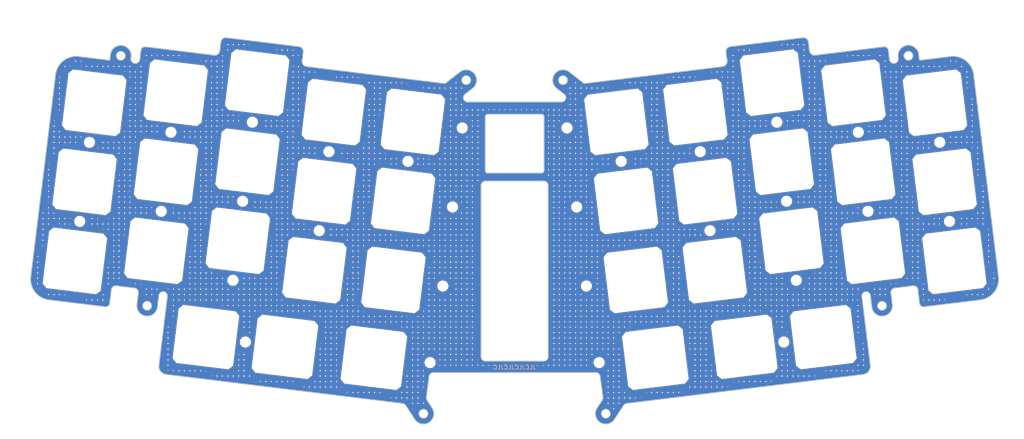
<source format=kicad_pcb>
(kicad_pcb (version 20221018) (generator pcbnew)
  (title_block (title "Le Capybara") (date "2023-07-07") (rev "v0.1") (company "sporkus"))
  (layers (0 "F.Cu" signal) (31 "B.Cu" signal) (34 "B.Paste" user) (35 "F.Paste" user) (36 "B.SilkS" user "B.Silkscreen") (37 "F.SilkS" user "F.Silkscreen") (38 "B.Mask" user) (39 "F.Mask" user) (44 "Edge.Cuts" user))
  (net 0 "")
  (footprint "capacitive_sensors:plate_cut_1U_topre" (layer "F.Cu") (at 194.537698 114.650454 -83)
    (fp_text reference "SW27")
    (fp_text value "EC_SW" hide)
    (fp_line (start -7.3 -6) (end -7.3 6) (stroke (width 0.05)) (layer "Edge.Cuts"))
    (fp_line (start -7.3 -6) (end -6.3 -7) (stroke (width 0.05)) (layer "Edge.Cuts"))
    (fp_line (start -6.3 7) (end -7.3 6) (stroke (width 0.05)) (layer "Edge.Cuts"))
    (fp_line (start -6.3 7) (end 6.3 7) (stroke (width 0.05)) (layer "Edge.Cuts"))
    (fp_line (start 6.3 -7) (end -6.3 -7) (stroke (width 0.05)) (layer "Edge.Cuts"))
    (fp_line (start 6.3 7) (end 7.3 6) (stroke (width 0.05)) (layer "Edge.Cuts"))
    (fp_line (start 7.3 -6) (end 6.3 -7) (stroke (width 0.05)) (layer "Edge.Cuts"))
    (fp_line (start 7.3 6) (end 7.3 -6) (stroke (width 0.05)) (layer "Edge.Cuts"))
  )
  (footprint "capacitive_sensors:MountingHole_2.2mm_M2" (layer "F.Cu") (at 166.860803 136.750673)
    (fp_text reference "H27" hide)
    (fp_text value "M2 Hole")
    (fp_circle (center 0 0) (end 1.1 0) (stroke (width 0.05)) (fill none) (layer "Edge.Cuts"))
    (pad "" np_thru_hole circle (at 0 0) (size 2.2 2.2) (drill 2.2) (layers "*.Cu" "*.Mask"))
  )
  (footprint "capacitive_sensors:plate_cut_1U_topre" (layer "F.Cu") (at 212.8653 107.601842 -83)
    (fp_text reference "SW28")
    (fp_text value "EC_SW" hide)
    (fp_line (start -7.3 -6) (end -7.3 6) (stroke (width 0.05)) (layer "Edge.Cuts"))
    (fp_line (start -7.3 -6) (end -6.3 -7) (stroke (width 0.05)) (layer "Edge.Cuts"))
    (fp_line (start -6.3 7) (end -7.3 6) (stroke (width 0.05)) (layer "Edge.Cuts"))
    (fp_line (start -6.3 7) (end 6.3 7) (stroke (width 0.05)) (layer "Edge.Cuts"))
    (fp_line (start 6.3 -7) (end -6.3 -7) (stroke (width 0.05)) (layer "Edge.Cuts"))
    (fp_line (start 6.3 7) (end 7.3 6) (stroke (width 0.05)) (layer "Edge.Cuts"))
    (fp_line (start 7.3 -6) (end 6.3 -7) (stroke (width 0.05)) (layer "Edge.Cuts"))
    (fp_line (start 7.3 6) (end 7.3 -6) (stroke (width 0.05)) (layer "Edge.Cuts"))
  )
  (footprint "capacitive_sensors:plate_cut_1U_topre" (layer "F.Cu") (at 122.292472 79.156057 83)
    (fp_text reference "SW5")
    (fp_text value "EC_SW" hide)
    (fp_line (start -7.3 -6) (end -7.3 6) (stroke (width 0.05)) (layer "Edge.Cuts"))
    (fp_line (start -7.3 -6) (end -6.3 -7) (stroke (width 0.05)) (layer "Edge.Cuts"))
    (fp_line (start -6.3 7) (end -7.3 6) (stroke (width 0.05)) (layer "Edge.Cuts"))
    (fp_line (start -6.3 7) (end 6.3 7) (stroke (width 0.05)) (layer "Edge.Cuts"))
    (fp_line (start 6.3 -7) (end -6.3 -7) (stroke (width 0.05)) (layer "Edge.Cuts"))
    (fp_line (start 6.3 7) (end 7.3 6) (stroke (width 0.05)) (layer "Edge.Cuts"))
    (fp_line (start 7.3 -6) (end 6.3 -7) (stroke (width 0.05)) (layer "Edge.Cuts"))
    (fp_line (start 7.3 6) (end 7.3 -6) (stroke (width 0.05)) (layer "Edge.Cuts"))
  )
  (footprint "capacitive_sensors:plate_cut_1U_topre" (layer "F.Cu") (at 119.970861 98.064061 83)
    (fp_text reference "SW15")
    (fp_text value "EC_SW" hide)
    (fp_line (start -7.3 -6) (end -7.3 6) (stroke (width 0.05)) (layer "Edge.Cuts"))
    (fp_line (start -7.3 -6) (end -6.3 -7) (stroke (width 0.05)) (layer "Edge.Cuts"))
    (fp_line (start -6.3 7) (end -7.3 6) (stroke (width 0.05)) (layer "Edge.Cuts"))
    (fp_line (start -6.3 7) (end 6.3 7) (stroke (width 0.05)) (layer "Edge.Cuts"))
    (fp_line (start 6.3 -7) (end -6.3 -7) (stroke (width 0.05)) (layer "Edge.Cuts"))
    (fp_line (start 6.3 7) (end 7.3 6) (stroke (width 0.05)) (layer "Edge.Cuts"))
    (fp_line (start 7.3 -6) (end 6.3 -7) (stroke (width 0.05)) (layer "Edge.Cuts"))
    (fp_line (start 7.3 6) (end 7.3 -6) (stroke (width 0.05)) (layer "Edge.Cuts"))
  )
  (footprint "capacitive_sensors:plate_cut_1U_topre" (layer "F.Cu") (at 232.353707 110.007232 -83)
    (fp_text reference "SW29")
    (fp_text value "EC_SW" hide)
    (fp_line (start -7.3 -6) (end -7.3 6) (stroke (width 0.05)) (layer "Edge.Cuts"))
    (fp_line (start -7.3 -6) (end -6.3 -7) (stroke (width 0.05)) (layer "Edge.Cuts"))
    (fp_line (start -6.3 7) (end -7.3 6) (stroke (width 0.05)) (layer "Edge.Cuts"))
    (fp_line (start -6.3 7) (end 6.3 7) (stroke (width 0.05)) (layer "Edge.Cuts"))
    (fp_line (start 6.3 -7) (end -6.3 -7) (stroke (width 0.05)) (layer "Edge.Cuts"))
    (fp_line (start 6.3 7) (end 7.3 6) (stroke (width 0.05)) (layer "Edge.Cuts"))
    (fp_line (start 7.3 -6) (end 6.3 -7) (stroke (width 0.05)) (layer "Edge.Cuts"))
    (fp_line (start 7.3 6) (end 7.3 -6) (stroke (width 0.05)) (layer "Edge.Cuts"))
  )
  (footprint "capacitive_sensors:MountingHole_2.2mm_M2" (layer "F.Cu") (at 159.168967 80.607062)
    (fp_text reference "H3" hide)
    (fp_text value "M2 Hole")
    (fp_circle (center 0 0) (end 1.1 0) (stroke (width 0.05)) (fill none) (layer "Edge.Cuts"))
    (pad "" np_thru_hole circle (at 0 0) (size 2.2 2.2) (drill 2.2) (layers "*.Cu" "*.Mask"))
  )
  (footprint "capacitive_sensors:plate_cut_1U_topre" (layer "F.Cu") (at 230.032096 91.099228 -83)
    (fp_text reference "SW19")
    (fp_text value "EC_SW" hide)
    (fp_line (start -7.3 -6) (end -7.3 6) (stroke (width 0.05)) (layer "Edge.Cuts"))
    (fp_line (start -7.3 -6) (end -6.3 -7) (stroke (width 0.05)) (layer "Edge.Cuts"))
    (fp_line (start -6.3 7) (end -7.3 6) (stroke (width 0.05)) (layer "Edge.Cuts"))
    (fp_line (start -6.3 7) (end 6.3 7) (stroke (width 0.05)) (layer "Edge.Cuts"))
    (fp_line (start 6.3 -7) (end -6.3 -7) (stroke (width 0.05)) (layer "Edge.Cuts"))
    (fp_line (start 6.3 7) (end 7.3 6) (stroke (width 0.05)) (layer "Edge.Cuts"))
    (fp_line (start 7.3 -6) (end 6.3 -7) (stroke (width 0.05)) (layer "Edge.Cuts"))
    (fp_line (start 7.3 6) (end 7.3 -6) (stroke (width 0.05)) (layer "Edge.Cuts"))
  )
  (footprint "capacitive_sensors:MountingHole_2.2mm_M2" (layer "F.Cu") (at 126.418141 136.750673)
    (fp_text reference "H2" hide)
    (fp_text value "M2 Hole")
    (fp_circle (center 0 0) (end 1.1 0) (stroke (width 0.05)) (fill none) (layer "Edge.Cuts"))
    (pad "" np_thru_hole circle (at 0 0) (size 2.2 2.2) (drill 2.2) (layers "*.Cu" "*.Mask"))
  )
  (footprint "capacitive_sensors:plate_cut_1U_topre" (layer "F.Cu") (at 220.494316 130.656448 7)
    (fp_text reference "SW36")
    (fp_text value "EC_SW" hide)
    (fp_line (start -7.3 -6) (end -7.3 6) (stroke (width 0.05)) (layer "Edge.Cuts"))
    (fp_line (start -7.3 -6) (end -6.3 -7) (stroke (width 0.05)) (layer "Edge.Cuts"))
    (fp_line (start -6.3 7) (end -7.3 6) (stroke (width 0.05)) (layer "Edge.Cuts"))
    (fp_line (start -6.3 7) (end 6.3 7) (stroke (width 0.05)) (layer "Edge.Cuts"))
    (fp_line (start 6.3 -7) (end -6.3 -7) (stroke (width 0.05)) (layer "Edge.Cuts"))
    (fp_line (start 6.3 7) (end 7.3 6) (stroke (width 0.05)) (layer "Edge.Cuts"))
    (fp_line (start 7.3 -6) (end 6.3 -7) (stroke (width 0.05)) (layer "Edge.Cuts"))
    (fp_line (start 7.3 6) (end 7.3 -6) (stroke (width 0.05)) (layer "Edge.Cuts"))
  )
  (footprint "capacitive_sensors:MountingHole_2.2mm_M2" (layer "F.Cu") (at 82.238631 131.817253)
    (fp_text reference "H22" hide)
    (fp_text value "M2 Hole")
    (fp_circle (center 0 0) (end 1.1 0) (stroke (width 0.05)) (fill none) (layer "Edge.Cuts"))
    (pad "" np_thru_hole circle (at 0 0) (size 2.2 2.2) (drill 2.2) (layers "F&B.Cu" "*.Mask"))
  )
  (footprint "capacitive_sensors:MountingHole_2.2mm_M2" (layer "F.Cu") (at 81.574451 98.147837)
    (fp_text reference "H24" hide)
    (fp_text value "M2 Hole")
    (fp_circle (center 0 0) (end 1.1 0) (stroke (width 0.05)) (fill none) (layer "Edge.Cuts"))
    (pad "" np_thru_hole circle (at 0 0) (size 2.2 2.2) (drill 2.2) (layers "*.Cu" "*.Mask"))
  )
  (footprint "capacitive_sensors:MountingHole_2.2mm_M2" (layer "F.Cu") (at 231.18673 100.554051)
    (fp_text reference "H33" hide)
    (fp_text value "M2 Hole")
    (fp_circle (center 0 0) (end 1.1 0) (stroke (width 0.05)) (fill none) (layer "Edge.Cuts"))
    (pad "" np_thru_hole circle (at 0 0) (size 2.2 2.2) (drill 2.2) (layers "*.Cu" "*.Mask"))
  )
  (footprint "capacitive_sensors:MountingHole_2.2mm_M2" (layer "F.Cu") (at 129.466755 118.423073)
    (fp_text reference "H14" hide)
    (fp_text value "M2 Hole")
    (fp_circle (center 0 0) (end 1.1 0) (stroke (width 0.05)) (fill none) (layer "Edge.Cuts"))
    (pad "" np_thru_hole circle (at 0 0) (size 2.2 2.2) (drill 2.2) (layers "*.Cu" "*.Mask"))
  )
  (footprint "capacitive_sensors:plate_cut_1U_topre" (layer "F.Cu") (at 60.925238 110.007232 83)
    (fp_text reference "SW22")
    (fp_text value "EC_SW" hide)
    (fp_line (start -7.3 -6) (end -7.3 6) (stroke (width 0.05)) (layer "Edge.Cuts"))
    (fp_line (start -7.3 -6) (end -6.3 -7) (stroke (width 0.05)) (layer "Edge.Cuts"))
    (fp_line (start -6.3 7) (end -7.3 6) (stroke (width 0.05)) (layer "Edge.Cuts"))
    (fp_line (start -6.3 7) (end 6.3 7) (stroke (width 0.05)) (layer "Edge.Cuts"))
    (fp_line (start 6.3 -7) (end -6.3 -7) (stroke (width 0.05)) (layer "Edge.Cuts"))
    (fp_line (start 6.3 7) (end 7.3 6) (stroke (width 0.05)) (layer "Edge.Cuts"))
    (fp_line (start 7.3 -6) (end 6.3 -7) (stroke (width 0.05)) (layer "Edge.Cuts"))
    (fp_line (start 7.3 6) (end 7.3 -6) (stroke (width 0.05)) (layer "Edge.Cuts"))
  )
  (footprint "capacitive_sensors:plate_cut_1U_topre" (layer "F.Cu") (at 175.629694 116.972065 -83)
    (fp_text reference "SW26")
    (fp_text value "EC_SW" hide)
    (fp_line (start -7.3 -6) (end -7.3 6) (stroke (width 0.05)) (layer "Edge.Cuts"))
    (fp_line (start -7.3 -6) (end -6.3 -7) (stroke (width 0.05)) (layer "Edge.Cuts"))
    (fp_line (start -6.3 7) (end -7.3 6) (stroke (width 0.05)) (layer "Edge.Cuts"))
    (fp_line (start -6.3 7) (end 6.3 7) (stroke (width 0.05)) (layer "Edge.Cuts"))
    (fp_line (start 6.3 -7) (end -6.3 -7) (stroke (width 0.05)) (layer "Edge.Cuts"))
    (fp_line (start 6.3 7) (end 7.3 6) (stroke (width 0.05)) (layer "Edge.Cuts"))
    (fp_line (start 7.3 -6) (end 6.3 -7) (stroke (width 0.05)) (layer "Edge.Cuts"))
    (fp_line (start 7.3 6) (end 7.3 -6) (stroke (width 0.05)) (layer "Edge.Cuts"))
  )
  (footprint "capacitive_sensors:plate_cut_1U_topre" (layer "F.Cu") (at 103.384468 76.834446 83)
    (fp_text reference "SW4")
    (fp_text value "EC_SW" hide)
    (fp_line (start -7.3 -6) (end -7.3 6) (stroke (width 0.05)) (layer "Edge.Cuts"))
    (fp_line (start -7.3 -6) (end -6.3 -7) (stroke (width 0.05)) (layer "Edge.Cuts"))
    (fp_line (start -6.3 7) (end -7.3 6) (stroke (width 0.05)) (layer "Edge.Cuts"))
    (fp_line (start -6.3 7) (end 6.3 7) (stroke (width 0.05)) (layer "Edge.Cuts"))
    (fp_line (start 6.3 -7) (end -6.3 -7) (stroke (width 0.05)) (layer "Edge.Cuts"))
    (fp_line (start 6.3 7) (end 7.3 6) (stroke (width 0.05)) (layer "Edge.Cuts"))
    (fp_line (start 7.3 -6) (end 6.3 -7) (stroke (width 0.05)) (layer "Edge.Cuts"))
    (fp_line (start 7.3 6) (end 7.3 -6) (stroke (width 0.05)) (layer "Edge.Cuts"))
  )
  (footprint "capacitive_sensors:plate_cut_1U_topre" (layer "F.Cu") (at 112.964139 135.589868 -7)
    (fp_text reference "SW32")
    (fp_text value "EC_SW" hide)
    (fp_line (start -7.3 -6) (end -7.3 6) (stroke (width 0.05)) (layer "Edge.Cuts"))
    (fp_line (start -7.3 -6) (end -6.3 -7) (stroke (width 0.05)) (layer "Edge.Cuts"))
    (fp_line (start -6.3 7) (end -7.3 6) (stroke (width 0.05)) (layer "Edge.Cuts"))
    (fp_line (start -6.3 7) (end 6.3 7) (stroke (width 0.05)) (layer "Edge.Cuts"))
    (fp_line (start 6.3 -7) (end -6.3 -7) (stroke (width 0.05)) (layer "Edge.Cuts"))
    (fp_line (start 6.3 7) (end 7.3 6) (stroke (width 0.05)) (layer "Edge.Cuts"))
    (fp_line (start 7.3 -6) (end 6.3 -7) (stroke (width 0.05)) (layer "Edge.Cuts"))
    (fp_line (start 7.3 6) (end 7.3 -6) (stroke (width 0.05)) (layer "Edge.Cuts"))
  )
  (footprint "capacitive_sensors:MountingHole_2.2mm_M2" (layer "F.Cu") (at 42.603801 102.95944)
    (fp_text reference "H7" hide)
    (fp_text value "M2 Hole")
    (fp_circle (center 0 0) (end 1.1 0) (stroke (width 0.05)) (fill none) (layer "Edge.Cuts"))
    (pad "" np_thru_hole circle (at 0 0) (size 2.2 2.2) (drill 2.2) (layers "*.Cu" "*.Mask"))
  )
  (footprint "capacitive_sensors:MountingHole_2.2mm_M2" (layer "F.Cu") (at 248.353525 84.051435)
    (fp_text reference "H29" hide)
    (fp_text value "M2 Hole")
    (fp_circle (center 0 0) (end 1.1 0) (stroke (width 0.05)) (fill none) (layer "Edge.Cuts"))
    (pad "" np_thru_hole circle (at 0 0) (size 2.2 2.2) (drill 2.2) (layers "*.Cu" "*.Mask"))
  )
  (footprint "capacitive_sensors:plate_cut_1U_topre" (layer "F.Cu") (at 117.64925 116.972065 83)
    (fp_text reference "SW25")
    (fp_text value "EC_SW" hide)
    (fp_line (start -7.3 -6) (end -7.3 6) (stroke (width 0.05)) (layer "Edge.Cuts"))
    (fp_line (start -7.3 -6) (end -6.3 -7) (stroke (width 0.05)) (layer "Edge.Cuts"))
    (fp_line (start -6.3 7) (end -7.3 6) (stroke (width 0.05)) (layer "Edge.Cuts"))
    (fp_line (start -6.3 7) (end 6.3 7) (stroke (width 0.05)) (layer "Edge.Cuts"))
    (fp_line (start 6.3 -7) (end -6.3 -7) (stroke (width 0.05)) (layer "Edge.Cuts"))
    (fp_line (start 6.3 7) (end 7.3 6) (stroke (width 0.05)) (layer "Edge.Cuts"))
    (fp_line (start 7.3 -6) (end 6.3 -7) (stroke (width 0.05)) (layer "Edge.Cuts"))
    (fp_line (start 7.3 6) (end 7.3 -6) (stroke (width 0.05)) (layer "Edge.Cuts"))
  )
  (footprint "capacitive_sensors:MountingHole_2.2mm_M2" (layer "F.Cu") (at 209.376715 79.24065)
    (fp_text reference "H30" hide)
    (fp_text value "M2 Hole")
    (fp_circle (center 0 0) (end 1.1 0) (stroke (width 0.05)) (fill none) (layer "Edge.Cuts"))
    (pad "" np_thru_hole circle (at 0 0) (size 2.2 2.2) (drill 2.2) (layers "*.Cu" "*.Mask"))
  )
  (footprint "capacitive_sensors:plate_cut_1U_topre" (layer "F.Cu") (at 43.758442 93.504618 83)
    (fp_text reference "SW11")
    (fp_text value "EC_SW" hide)
    (fp_line (start -7.3 -6) (end -7.3 6) (stroke (width 0.05)) (layer "Edge.Cuts"))
    (fp_line (start -7.3 -6) (end -6.3 -7) (stroke (width 0.05)) (layer "Edge.Cuts"))
    (fp_line (start -6.3 7) (end -7.3 6) (stroke (width 0.05)) (layer "Edge.Cuts"))
    (fp_line (start -6.3 7) (end 6.3 7) (stroke (width 0.05)) (layer "Edge.Cuts"))
    (fp_line (start 6.3 -7) (end -6.3 -7) (stroke (width 0.05)) (layer "Edge.Cuts"))
    (fp_line (start 6.3 7) (end 7.3 6) (stroke (width 0.05)) (layer "Edge.Cuts"))
    (fp_line (start 7.3 -6) (end 6.3 -7) (stroke (width 0.05)) (layer "Edge.Cuts"))
    (fp_line (start 7.3 6) (end 7.3 -6) (stroke (width 0.05)) (layer "Edge.Cuts"))
  )
  (footprint "capacitive_sensors:MountingHole_2.2mm_M2" (layer "F.Cu") (at 163.812189 118.423073)
    (fp_text reference "H23" hide)
    (fp_text value "M2 Hole")
    (fp_circle (center 0 0) (end 1.1 0) (stroke (width 0.05)) (fill none) (layer "Edge.Cuts"))
    (pad "" np_thru_hole circle (at 0 0) (size 2.2 2.2) (drill 2.2) (layers "*.Cu" "*.Mask"))
  )
  (footprint "capacitive_sensors:plate_cut_1U_topre" (layer "F.Cu") (at 227.710485 72.191224 -83)
    (fp_text reference "SW9")
    (fp_text value "EC_SW" hide)
    (fp_line (start -7.3 -6) (end -7.3 6) (stroke (width 0.05)) (layer "Edge.Cuts"))
    (fp_line (start -7.3 -6) (end -6.3 -7) (stroke (width 0.05)) (layer "Edge.Cuts"))
    (fp_line (start -6.3 7) (end -7.3 6) (stroke (width 0.05)) (layer "Edge.Cuts"))
    (fp_line (start -6.3 7) (end 6.3 7) (stroke (width 0.05)) (layer "Edge.Cuts"))
    (fp_line (start 6.3 -7) (end -6.3 -7) (stroke (width 0.05)) (layer "Edge.Cuts"))
    (fp_line (start 6.3 7) (end 7.3 6) (stroke (width 0.05)) (layer "Edge.Cuts"))
    (fp_line (start 7.3 -6) (end 6.3 -7) (stroke (width 0.05)) (layer "Edge.Cuts"))
    (fp_line (start 7.3 6) (end 7.3 -6) (stroke (width 0.05)) (layer "Edge.Cuts"))
  )
  (footprint "capacitive_sensors:plate_cut_1U_topre" (layer "F.Cu") (at 247.198892 74.596614 -83)
    (fp_text reference "SW10")
    (fp_text value "EC_SW" hide)
    (fp_line (start -7.3 -6) (end -7.3 6) (stroke (width 0.05)) (layer "Edge.Cuts"))
    (fp_line (start -7.3 -6) (end -6.3 -7) (stroke (width 0.05)) (layer "Edge.Cuts"))
    (fp_line (start -6.3 7) (end -7.3 6) (stroke (width 0.05)) (layer "Edge.Cuts"))
    (fp_line (start -6.3 7) (end 6.3 7) (stroke (width 0.05)) (layer "Edge.Cuts"))
    (fp_line (start 6.3 -7) (end -6.3 -7) (stroke (width 0.05)) (layer "Edge.Cuts"))
    (fp_line (start 6.3 7) (end 7.3 6) (stroke (width 0.05)) (layer "Edge.Cuts"))
    (fp_line (start 7.3 -6) (end 6.3 -7) (stroke (width 0.05)) (layer "Edge.Cuts"))
    (fp_line (start 7.3 6) (end 7.3 -6) (stroke (width 0.05)) (layer "Edge.Cuts"))
  )
  (footprint "capacitive_sensors:plate_cut_1U_topre" (layer "F.Cu") (at 63.246849 91.099228 83)
    (fp_text reference "SW12")
    (fp_text value "EC_SW" hide)
    (fp_line (start -7.3 -6) (end -7.3 6) (stroke (width 0.05)) (layer "Edge.Cuts"))
    (fp_line (start -7.3 -6) (end -6.3 -7) (stroke (width 0.05)) (layer "Edge.Cuts"))
    (fp_line (start -6.3 7) (end -7.3 6) (stroke (width 0.05)) (layer "Edge.Cuts"))
    (fp_line (start -6.3 7) (end 6.3 7) (stroke (width 0.05)) (layer "Edge.Cuts"))
    (fp_line (start 6.3 -7) (end -6.3 -7) (stroke (width 0.05)) (layer "Edge.Cuts"))
    (fp_line (start 6.3 7) (end 7.3 6) (stroke (width 0.05)) (layer "Edge.Cuts"))
    (fp_line (start 7.3 -6) (end 6.3 -7) (stroke (width 0.05)) (layer "Edge.Cuts"))
    (fp_line (start 7.3 6) (end 7.3 -6) (stroke (width 0.05)) (layer "Edge.Cuts"))
  )
  (footprint "capacitive_sensors:plate_cut_1U_topre" (layer "F.Cu") (at 46.080053 74.596614 83)
    (fp_text reference "SW1")
    (fp_text value "EC_SW" hide)
    (fp_line (start -7.3 -6) (end -7.3 6) (stroke (width 0.05)) (layer "Edge.Cuts"))
    (fp_line (start -7.3 -6) (end -6.3 -7) (stroke (width 0.05)) (layer "Edge.Cuts"))
    (fp_line (start -6.3 7) (end -7.3 6) (stroke (width 0.05)) (layer "Edge.Cuts"))
    (fp_line (start -6.3 7) (end 6.3 7) (stroke (width 0.05)) (layer "Edge.Cuts"))
    (fp_line (start 6.3 -7) (end -6.3 -7) (stroke (width 0.05)) (layer "Edge.Cuts"))
    (fp_line (start 6.3 7) (end 7.3 6) (stroke (width 0.05)) (layer "Edge.Cuts"))
    (fp_line (start 7.3 -6) (end 6.3 -7) (stroke (width 0.05)) (layer "Edge.Cuts"))
    (fp_line (start 7.3 6) (end 7.3 -6) (stroke (width 0.05)) (layer "Edge.Cuts"))
  )
  (footprint "capacitive_sensors:MountingHole_2.2mm_M2" (layer "F.Cu") (at 191.049112 86.289267)
    (fp_text reference "H20" hide)
    (fp_text value "M2 Hole")
    (fp_circle (center 0 0) (end 1.1 0) (stroke (width 0.05)) (fill none) (layer "Edge.Cuts"))
    (pad "" np_thru_hole circle (at 0 0) (size 2.2 2.2) (drill 2.2) (layers "*.Cu" "*.Mask"))
  )
  (footprint "capacitive_sensors:MountingHole_2.2mm_M2" (layer "F.Cu") (at 64.413824 81.646043)
    (fp_text reference "H16" hide)
    (fp_text value "M2 Hole")
    (fp_circle (center 0 0) (end 1.1 0) (stroke (width 0.05)) (fill none) (layer "Edge.Cuts"))
    (pad "" np_thru_hole circle (at 0 0) (size 2.2 2.2) (drill 2.2) (layers "*.Cu" "*.Mask"))
  )
  (footprint "capacitive_sensors:plate_cut_1U_topre" (layer "F.Cu") (at 65.56846 72.191224 83)
    (fp_text reference "SW2")
    (fp_text value "EC_SW" hide)
    (fp_line (start -7.3 -6) (end -7.3 6) (stroke (width 0.05)) (layer "Edge.Cuts"))
    (fp_line (start -7.3 -6) (end -6.3 -7) (stroke (width 0.05)) (layer "Edge.Cuts"))
    (fp_line (start -6.3 7) (end -7.3 6) (stroke (width 0.05)) (layer "Edge.Cuts"))
    (fp_line (start -6.3 7) (end 6.3 7) (stroke (width 0.05)) (layer "Edge.Cuts"))
    (fp_line (start 6.3 -7) (end -6.3 -7) (stroke (width 0.05)) (layer "Edge.Cuts"))
    (fp_line (start 6.3 7) (end 7.3 6) (stroke (width 0.05)) (layer "Edge.Cuts"))
    (fp_line (start 7.3 -6) (end 6.3 -7) (stroke (width 0.05)) (layer "Edge.Cuts"))
    (fp_line (start 7.3 6) (end 7.3 -6) (stroke (width 0.05)) (layer "Edge.Cuts"))
  )
  (footprint "capacitive_sensors:plate_cut_1U_topre" (layer "F.Cu") (at 82.735256 88.693838 83)
    (fp_text reference "SW13")
    (fp_text value "EC_SW" hide)
    (fp_line (start -7.3 -6) (end -7.3 6) (stroke (width 0.05)) (layer "Edge.Cuts"))
    (fp_line (start -7.3 -6) (end -6.3 -7) (stroke (width 0.05)) (layer "Edge.Cuts"))
    (fp_line (start -6.3 7) (end -7.3 6) (stroke (width 0.05)) (layer "Edge.Cuts"))
    (fp_line (start -6.3 7) (end 6.3 7) (stroke (width 0.05)) (layer "Edge.Cuts"))
    (fp_line (start 6.3 -7) (end -6.3 -7) (stroke (width 0.05)) (layer "Edge.Cuts"))
    (fp_line (start 6.3 7) (end 7.3 6) (stroke (width 0.05)) (layer "Edge.Cuts"))
    (fp_line (start 7.3 -6) (end 6.3 -7) (stroke (width 0.05)) (layer "Edge.Cuts"))
    (fp_line (start 7.3 6) (end 7.3 -6) (stroke (width 0.05)) (layer "Edge.Cuts"))
  )
  (footprint "capacitive_sensors:MountingHole_2.2mm_M2" (layer "F.Cu") (at 99.902051 105.196455)
    (fp_text reference "H25" hide)
    (fp_text value "M2 Hole")
    (fp_circle (center 0 0) (end 1.1 0) (stroke (width 0.05)) (fill none) (layer "Edge.Cuts"))
    (pad "" np_thru_hole circle (at 0 0) (size 2.2 2.2) (drill 2.2) (layers "*.Cu" "*.Mask"))
  )
  (footprint "capacitive_sensors:MountingHole_2.2mm_M2" (layer "F.Cu") (at 250.675141 102.959438)
    (fp_text reference "H34" hide)
    (fp_text value "M2 Hole")
    (fp_circle (center 0 0) (end 1.1 0) (stroke (width 0.05)) (fill none) (layer "Edge.Cuts"))
    (pad "" np_thru_hole circle (at 0 0) (size 2.2 2.2) (drill 2.2) (layers "*.Cu" "*.Mask"))
  )
  (footprint "capacitive_sensors:plate_cut_1U_topre" (layer "F.Cu") (at 251.843482 112.409408 -83)
    (fp_text reference "SW30")
    (fp_text value "EC_SW" hide)
    (fp_line (start -7.3 -6) (end -7.3 6) (stroke (width 0.05)) (layer "Edge.Cuts"))
    (fp_line (start -7.3 -6) (end -6.3 -7) (stroke (width 0.05)) (layer "Edge.Cuts"))
    (fp_line (start -6.3 7) (end -7.3 6) (stroke (width 0.05)) (layer "Edge.Cuts"))
    (fp_line (start -6.3 7) (end 6.3 7) (stroke (width 0.05)) (layer "Edge.Cuts"))
    (fp_line (start 6.3 -7) (end -6.3 -7) (stroke (width 0.05)) (layer "Edge.Cuts"))
    (fp_line (start 6.3 7) (end 7.3 6) (stroke (width 0.05)) (layer "Edge.Cuts"))
    (fp_line (start 7.3 -6) (end 6.3 -7) (stroke (width 0.05)) (layer "Edge.Cuts"))
    (fp_line (start 7.3 6) (end 7.3 -6) (stroke (width 0.05)) (layer "Edge.Cuts"))
  )
  (footprint "capacitive_sensors:MountingHole_2.2mm_M2" (layer "F.Cu") (at 161.490576 99.515068)
    (fp_text reference "H11" hide)
    (fp_text value "M2 Hole")
    (fp_circle (center 0 0) (end 1.1 0) (stroke (width 0.05)) (fill none) (layer "Edge.Cuts"))
    (pad "" np_thru_hole circle (at 0 0) (size 2.2 2.2) (drill 2.2) (layers "*.Cu" "*.Mask"))
  )
  (footprint "capacitive_sensors:MountingHole_2.2mm_M2" (layer "F.Cu") (at 83.902227 79.240652)
    (fp_text reference "H4" hide)
    (fp_text value "M2 Hole")
    (fp_circle (center 0 0) (end 1.1 0) (stroke (width 0.05)) (fill none) (layer "Edge.Cuts"))
    (pad "" np_thru_hole circle (at 0 0) (size 2.2 2.2) (drill 2.2) (layers "*.Cu" "*.Mask"))
  )
  (footprint "capacitive_sensors:MountingHole_2.2mm_M2" (layer "F.Cu") (at 134.109977 80.607062)
    (fp_text reference "H21" hide)
    (fp_text value "M2 Hole")
    (fp_circle (center 0 0) (end 1.1 0) (stroke (width 0.05)) (fill none) (layer "Edge.Cuts"))
    (pad "" np_thru_hole circle (at 0 0) (size 2.2 2.2) (drill 2.2) (layers "*.Cu" "*.Mask"))
  )
  (footprint "capacitive_sensors:MountingHole_2.2mm_M2" (layer "F.Cu") (at 79.252841 117.055846)
    (fp_text reference "H10" hide)
    (fp_text value "M2 Hole")
    (fp_circle (center 0 0) (end 1.1 0) (stroke (width 0.05)) (fill none) (layer "Edge.Cuts"))
    (pad "" np_thru_hole circle (at 0 0) (size 2.2 2.2) (drill 2.2) (layers "*.Cu" "*.Mask"))
  )
  (footprint "capacitive_sensors:plate_cut_1U_topre" (layer "F.Cu") (at 72.784629 130.656448 -7)
    (fp_text reference "SW35")
    (fp_text value "EC_SW" hide)
    (fp_line (start -7.3 -6) (end -7.3 6) (stroke (width 0.05)) (layer "Edge.Cuts"))
    (fp_line (start -7.3 -6) (end -6.3 -7) (stroke (width 0.05)) (layer "Edge.Cuts"))
    (fp_line (start -6.3 7) (end -7.3 6) (stroke (width 0.05)) (layer "Edge.Cuts"))
    (fp_line (start -6.3 7) (end 6.3 7) (stroke (width 0.05)) (layer "Edge.Cuts"))
    (fp_line (start 6.3 -7) (end -6.3 -7) (stroke (width 0.05)) (layer "Edge.Cuts"))
    (fp_line (start 6.3 7) (end 7.3 6) (stroke (width 0.05)) (layer "Edge.Cuts"))
    (fp_line (start 7.3 -6) (end 6.3 -7) (stroke (width 0.05)) (layer "Edge.Cuts"))
    (fp_line (start 7.3 6) (end 7.3 -6) (stroke (width 0.05)) (layer "Edge.Cuts"))
  )
  (footprint "capacitive_sensors:MountingHole_2.2mm_M2" (layer "F.Cu") (at 172.147274 88.610059)
    (fp_text reference "H9" hide)
    (fp_text value "M2 Hole")
    (fp_circle (center 0 0) (end 1.1 0) (stroke (width 0.05)) (fill none) (layer "Edge.Cuts"))
    (pad "" np_thru_hole circle (at 0 0) (size 2.2 2.2) (drill 2.2) (layers "*.Cu" "*.Mask"))
  )
  (footprint "capacitive_sensors:MountingHole_2.2mm_M2" (layer "F.Cu") (at 102.229832 86.289267)
    (fp_text reference "H18" hide)
    (fp_text value "M2 Hole")
    (fp_circle (center 0 0) (end 1.1 0) (stroke (width 0.05)) (fill none) (layer "Edge.Cuts"))
    (pad "" np_thru_hole circle (at 0 0) (size 2.2 2.2) (drill 2.2) (layers "*.Cu" "*.Mask"))
  )
  (footprint "capacitive_sensors:plate_cut_1U_topre" (layer "F.Cu") (at 201.586311 132.978056 7)
    (fp_text reference "SW34")
    (fp_text value "EC_SW" hide)
    (fp_line (start -7.3 -6) (end -7.3 6) (stroke (width 0.05)) (layer "Edge.Cuts"))
    (fp_line (start -7.3 -6) (end -6.3 -7) (stroke (width 0.05)) (layer "Edge.Cuts"))
    (fp_line (start -6.3 7) (end -7.3 6) (stroke (width 0.05)) (layer "Edge.Cuts"))
    (fp_line (start -6.3 7) (end 6.3 7) (stroke (width 0.05)) (layer "Edge.Cuts"))
    (fp_line (start 6.3 -7) (end -6.3 -7) (stroke (width 0.05)) (layer "Edge.Cuts"))
    (fp_line (start 6.3 7) (end 7.3 6) (stroke (width 0.05)) (layer "Edge.Cuts"))
    (fp_line (start 7.3 -6) (end 6.3 -7) (stroke (width 0.05)) (layer "Edge.Cuts"))
    (fp_line (start 7.3 6) (end 7.3 -6) (stroke (width 0.05)) (layer "Edge.Cuts"))
  )
  (footprint "capacitive_sensors:plate_cut_1U_topre" (layer "F.Cu") (at 41.442999 112.413442 83)
    (fp_text reference "SW21")
    (fp_text value "EC_SW" hide)
    (fp_line (start -7.3 -6) (end -7.3 6) (stroke (width 0.05)) (layer "Edge.Cuts"))
    (fp_line (start -7.3 -6) (end -6.3 -7) (stroke (width 0.05)) (layer "Edge.Cuts"))
    (fp_line (start -6.3 7) (end -7.3 6) (stroke (width 0.05)) (layer "Edge.Cuts"))
    (fp_line (start -6.3 7) (end 6.3 7) (stroke (width 0.05)) (layer "Edge.Cuts"))
    (fp_line (start 6.3 -7) (end -6.3 -7) (stroke (width 0.05)) (layer "Edge.Cuts"))
    (fp_line (start 6.3 7) (end 7.3 6) (stroke (width 0.05)) (layer "Edge.Cuts"))
    (fp_line (start 7.3 -6) (end 6.3 -7) (stroke (width 0.05)) (layer "Edge.Cuts"))
    (fp_line (start 7.3 6) (end 7.3 -6) (stroke (width 0.05)) (layer "Edge.Cuts"))
  )
  (footprint "capacitive_sensors:MountingHole_2.2mm_M2" (layer "F.Cu") (at 214.026101 117.055844)
    (fp_text reference "H12" hide)
    (fp_text value "M2 Hole")
    (fp_circle (center 0 0) (end 1.1 0) (stroke (width 0.05)) (fill none) (layer "Edge.Cuts"))
    (pad "" np_thru_hole circle (at 0 0) (size 2.2 2.2) (drill 2.2) (layers "*.Cu" "*.Mask"))
  )
  (footprint "capacitive_sensors:MountingHole_2.2mm_M2" (layer "F.Cu") (at 228.86512 81.646043)
    (fp_text reference "H19" hide)
    (fp_text value "M2 Hole")
    (fp_circle (center 0 0) (end 1.1 0) (stroke (width 0.05)) (fill none) (layer "Edge.Cuts"))
    (pad "" np_thru_hole circle (at 0 0) (size 2.2 2.2) (drill 2.2) (layers "*.Cu" "*.Mask"))
  )
  (footprint "capacitive_sensors:plate_cut_1U_topre" (layer "F.Cu") (at 98.741246 114.650454 83)
    (fp_text reference "SW24")
    (fp_text value "EC_SW" hide)
    (fp_line (start -7.3 -6) (end -7.3 6) (stroke (width 0.05)) (layer "Edge.Cuts"))
    (fp_line (start -7.3 -6) (end -6.3 -7) (stroke (width 0.05)) (layer "Edge.Cuts"))
    (fp_line (start -6.3 7) (end -7.3 6) (stroke (width 0.05)) (layer "Edge.Cuts"))
    (fp_line (start -6.3 7) (end 6.3 7) (stroke (width 0.05)) (layer "Edge.Cuts"))
    (fp_line (start 6.3 -7) (end -6.3 -7) (stroke (width 0.05)) (layer "Edge.Cuts"))
    (fp_line (start 6.3 7) (end 7.3 6) (stroke (width 0.05)) (layer "Edge.Cuts"))
    (fp_line (start 7.3 -6) (end 6.3 -7) (stroke (width 0.05)) (layer "Edge.Cuts"))
    (fp_line (start 7.3 6) (end 7.3 -6) (stroke (width 0.05)) (layer "Edge.Cuts"))
  )
  (footprint "capacitive_sensors:MountingHole_2.2mm_M2" (layer "F.Cu") (at 131.788368 99.515068)
    (fp_text reference "H6" hide)
    (fp_text value "M2 Hole")
    (fp_circle (center 0 0) (end 1.1 0) (stroke (width 0.05)) (fill none) (layer "Edge.Cuts"))
    (pad "" np_thru_hole circle (at 0 0) (size 2.2 2.2) (drill 2.2) (layers "*.Cu" "*.Mask"))
  )
  (footprint "capacitive_sensors:plate_cut_1U_topre" (layer "F.Cu") (at 80.413645 107.601842 83)
    (fp_text reference "SW23")
    (fp_text value "EC_SW" hide)
    (fp_line (start -7.3 -6) (end -7.3 6) (stroke (width 0.05)) (layer "Edge.Cuts"))
    (fp_line (start -7.3 -6) (end -6.3 -7) (stroke (width 0.05)) (layer "Edge.Cuts"))
    (fp_line (start -6.3 7) (end -7.3 6) (stroke (width 0.05)) (layer "Edge.Cuts"))
    (fp_line (start -6.3 7) (end 6.3 7) (stroke (width 0.05)) (layer "Edge.Cuts"))
    (fp_line (start 6.3 -7) (end -6.3 -7) (stroke (width 0.05)) (layer "Edge.Cuts"))
    (fp_line (start 6.3 7) (end 7.3 6) (stroke (width 0.05)) (layer "Edge.Cuts"))
    (fp_line (start 7.3 -6) (end 6.3 -7) (stroke (width 0.05)) (layer "Edge.Cuts"))
    (fp_line (start 7.3 6) (end 7.3 -6) (stroke (width 0.05)) (layer "Edge.Cuts"))
  )
  (footprint "capacitive_sensors:plate_cut_1U_topre" (layer "F.Cu") (at 249.520503 93.504618 -83)
    (fp_text reference "SW20")
    (fp_text value "EC_SW" hide)
    (fp_line (start -7.3 -6) (end -7.3 6) (stroke (width 0.05)) (layer "Edge.Cuts"))
    (fp_line (start -7.3 -6) (end -6.3 -7) (stroke (width 0.05)) (layer "Edge.Cuts"))
    (fp_line (start -6.3 7) (end -7.3 6) (stroke (width 0.05)) (layer "Edge.Cuts"))
    (fp_line (start -6.3 7) (end 6.3 7) (stroke (width 0.05)) (layer "Edge.Cuts"))
    (fp_line (start 6.3 -7) (end -6.3 -7) (stroke (width 0.05)) (layer "Edge.Cuts"))
    (fp_line (start 6.3 7) (end 7.3 6) (stroke (width 0.05)) (layer "Edge.Cuts"))
    (fp_line (start 7.3 -6) (end 6.3 -7) (stroke (width 0.05)) (layer "Edge.Cuts"))
    (fp_line (start 7.3 6) (end 7.3 -6) (stroke (width 0.05)) (layer "Edge.Cuts"))
  )
  (footprint "capacitive_sensors:plate_cut_1U_topre" (layer "F.Cu") (at 91.692634 132.978056 -7)
    (fp_text reference "SW31")
    (fp_text value "EC_SW" hide)
    (fp_line (start -7.3 -6) (end -7.3 6) (stroke (width 0.05)) (layer "Edge.Cuts"))
    (fp_line (start -7.3 -6) (end -6.3 -7) (stroke (width 0.05)) (layer "Edge.Cuts"))
    (fp_line (start -6.3 7) (end -7.3 6) (stroke (width 0.05)) (layer "Edge.Cuts"))
    (fp_line (start -6.3 7) (end 6.3 7) (stroke (width 0.05)) (layer "Edge.Cuts"))
    (fp_line (start 6.3 -7) (end -6.3 -7) (stroke (width 0.05)) (layer "Edge.Cuts"))
    (fp_line (start 6.3 7) (end 7.3 6) (stroke (width 0.05)) (layer "Edge.Cuts"))
    (fp_line (start 7.3 -6) (end 6.3 -7) (stroke (width 0.05)) (layer "Edge.Cuts"))
    (fp_line (start 7.3 6) (end 7.3 -6) (stroke (width 0.05)) (layer "Edge.Cuts"))
  )
  (footprint "capacitive_sensors:plate_cut_1U_topre" (layer "F.Cu") (at 170.986472 79.156057 -83)
    (fp_text reference "SW6")
    (fp_text value "EC_SW" hide)
    (fp_line (start -7.3 -6) (end -7.3 6) (stroke (width 0.05)) (layer "Edge.Cuts"))
    (fp_line (start -7.3 -6) (end -6.3 -7) (stroke (width 0.05)) (layer "Edge.Cuts"))
    (fp_line (start -6.3 7) (end -7.3 6) (stroke (width 0.05)) (layer "Edge.Cuts"))
    (fp_line (start -6.3 7) (end 6.3 7) (stroke (width 0.05)) (layer "Edge.Cuts"))
    (fp_line (start 6.3 -7) (end -6.3 -7) (stroke (width 0.05)) (layer "Edge.Cuts"))
    (fp_line (start 6.3 7) (end 7.3 6) (stroke (width 0.05)) (layer "Edge.Cuts"))
    (fp_line (start 7.3 -6) (end 6.3 -7) (stroke (width 0.05)) (layer "Edge.Cuts"))
    (fp_line (start 7.3 6) (end 7.3 -6) (stroke (width 0.05)) (layer "Edge.Cuts"))
  )
  (footprint "capacitive_sensors:plate_cut_1U_topre" (layer "F.Cu") (at 192.216087 95.74245 -83)
    (fp_text reference "SW17")
    (fp_text value "EC_SW" hide)
    (fp_line (start -7.3 -6) (end -7.3 6) (stroke (width 0.05)) (layer "Edge.Cuts"))
    (fp_line (start -7.3 -6) (end -6.3 -7) (stroke (width 0.05)) (layer "Edge.Cuts"))
    (fp_line (start -6.3 7) (end -7.3 6) (stroke (width 0.05)) (layer "Edge.Cuts"))
    (fp_line (start -6.3 7) (end 6.3 7) (stroke (width 0.05)) (layer "Edge.Cuts"))
    (fp_line (start 6.3 -7) (end -6.3 -7) (stroke (width 0.05)) (layer "Edge.Cuts"))
    (fp_line (start 6.3 7) (end 7.3 6) (stroke (width 0.05)) (layer "Edge.Cuts"))
    (fp_line (start 7.3 -6) (end 6.3 -7) (stroke (width 0.05)) (layer "Edge.Cuts"))
    (fp_line (start 7.3 6) (end 7.3 -6) (stroke (width 0.05)) (layer "Edge.Cuts"))
  )
  (footprint "capacitive_sensors:plate_cut_1U_topre" (layer "F.Cu") (at 180.314806 135.589868 7)
    (fp_text reference "SW33")
    (fp_text value "EC_SW" hide)
    (fp_line (start -7.3 -6) (end -7.3 6) (stroke (width 0.05)) (layer "Edge.Cuts"))
    (fp_line (start -7.3 -6) (end -6.3 -7) (stroke (width 0.05)) (layer "Edge.Cuts"))
    (fp_line (start -6.3 7) (end -7.3 6) (stroke (width 0.05)) (layer "Edge.Cuts"))
    (fp_line (start -6.3 7) (end 6.3 7) (stroke (width 0.05)) (layer "Edge.Cuts"))
    (fp_line (start 6.3 -7) (end -6.3 -7) (stroke (width 0.05)) (layer "Edge.Cuts"))
    (fp_line (start 6.3 7) (end 7.3 6) (stroke (width 0.05)) (layer "Edge.Cuts"))
    (fp_line (start 7.3 -6) (end 6.3 -7) (stroke (width 0.05)) (layer "Edge.Cuts"))
    (fp_line (start 7.3 6) (end 7.3 -6) (stroke (width 0.05)) (layer "Edge.Cuts"))
  )
  (footprint "capacitive_sensors:plate_cut_1U_topre" (layer "F.Cu") (at 173.308083 98.064061 -83)
    (fp_text reference "SW16")
    (fp_text value "EC_SW" hide)
    (fp_line (start -7.3 -6) (end -7.3 6) (stroke (width 0.05)) (layer "Edge.Cuts"))
    (fp_line (start -7.3 -6) (end -6.3 -7) (stroke (width 0.05)) (layer "Edge.Cuts"))
    (fp_line (start -6.3 7) (end -7.3 6) (stroke (width 0.05)) (layer "Edge.Cuts"))
    (fp_line (start -6.3 7) (end 6.3 7) (stroke (width 0.05)) (layer "Edge.Cuts"))
    (fp_line (start 6.3 -7) (end -6.3 -7) (stroke (width 0.05)) (layer "Edge.Cuts"))
    (fp_line (start 6.3 7) (end 7.3 6) (stroke (width 0.05)) (layer "Edge.Cuts"))
    (fp_line (start 7.3 -6) (end 6.3 -7) (stroke (width 0.05)) (layer "Edge.Cuts"))
    (fp_line (start 7.3 6) (end 7.3 -6) (stroke (width 0.05)) (layer "Edge.Cuts"))
  )
  (footprint "capacitive_sensors:MountingHole_2.2mm_M2" (layer "F.Cu") (at 193.376891 105.196453)
    (fp_text reference "H15" hide)
    (fp_text value "M2 Hole")
    (fp_circle (center 0 0) (end 1.1 0) (stroke (width 0.05)) (fill none) (layer "Edge.Cuts"))
    (pad "" np_thru_hole circle (at 0 0) (size 2.2 2.2) (drill 2.2) (layers "*.Cu" "*.Mask"))
  )
  (footprint "capacitive_sensors:MountingHole_2.2mm_M2" (layer "F.Cu") (at 44.925417 84.051437)
    (fp_text reference "H1" hide)
    (fp_text value "M2 Hole")
    (fp_circle (center 0 0) (end 1.1 0) (stroke (width 0.05)) (fill none) (layer "Edge.Cuts"))
    (pad "" np_thru_hole circle (at 0 0) (size 2.2 2.2) (drill 2.2) (layers "*.Cu" "*.Mask"))
  )
  (footprint "capacitive_sensors:plate_cut_1U_topre" (layer "F.Cu") (at 208.222078 69.785834 -83)
    (fp_text reference "SW8")
    (fp_text value "EC_SW" hide)
    (fp_line (start -7.3 -6) (end -7.3 6) (stroke (width 0.05)) (layer "Edge.Cuts"))
    (fp_line (start -7.3 -6) (end -6.3 -7) (stroke (width 0.05)) (layer "Edge.Cuts"))
    (fp_line (start -6.3 7) (end -7.3 6) (stroke (width 0.05)) (layer "Edge.Cuts"))
    (fp_line (start -6.3 7) (end 6.3 7) (stroke (width 0.05)) (layer "Edge.Cuts"))
    (fp_line (start 6.3 -7) (end -6.3 -7) (stroke (width 0.05)) (layer "Edge.Cuts"))
    (fp_line (start 6.3 7) (end 7.3 6) (stroke (width 0.05)) (layer "Edge.Cuts"))
    (fp_line (start 7.3 -6) (end 6.3 -7) (stroke (width 0.05)) (layer "Edge.Cuts"))
    (fp_line (start 7.3 6) (end 7.3 -6) (stroke (width 0.05)) (layer "Edge.Cuts"))
  )
  (footprint "capacitive_sensors:MountingHole_2.2mm_M2" (layer "F.Cu") (at 211.704491 98.147835)
    (fp_text reference "H28" hide)
    (fp_text value "M2 Hole")
    (fp_circle (center 0 0) (end 1.1 0) (stroke (width 0.05)) (fill none) (layer "Edge.Cuts"))
    (pad "" np_thru_hole circle (at 0 0) (size 2.2 2.2) (drill 2.2) (layers "*.Cu" "*.Mask"))
  )
  (footprint "capacitive_sensors:plate_cut_1U_topre" (layer "F.Cu") (at 189.894476 76.834446 -83)
    (fp_text reference "SW7")
    (fp_text value "EC_SW" hide)
    (fp_line (start -7.3 -6) (end -7.3 6) (stroke (width 0.05)) (layer "Edge.Cuts"))
    (fp_line (start -7.3 -6) (end -6.3 -7) (stroke (width 0.05)) (layer "Edge.Cuts"))
    (fp_line (start -6.3 7) (end -7.3 6) (stroke (width 0.05)) (layer "Edge.Cuts"))
    (fp_line (start -6.3 7) (end 6.3 7) (stroke (width 0.05)) (layer "Edge.Cuts"))
    (fp_line (start 6.3 -7) (end -6.3 -7) (stroke (width 0.05)) (layer "Edge.Cuts"))
    (fp_line (start 6.3 7) (end 7.3 6) (stroke (width 0.05)) (layer "Edge.Cuts"))
    (fp_line (start 7.3 -6) (end 6.3 -7) (stroke (width 0.05)) (layer "Edge.Cuts"))
    (fp_line (start 7.3 6) (end 7.3 -6) (stroke (width 0.05)) (layer "Edge.Cuts"))
  )
  (footprint "capacitive_sensors:MountingHole_2.2mm_M2" (layer "F.Cu") (at 121.131668 88.610061)
    (fp_text reference "H26" hide)
    (fp_text value "M2 Hole")
    (fp_circle (center 0 0) (end 1.1 0) (stroke (width 0.05)) (fill none) (layer "Edge.Cuts"))
    (pad "" np_thru_hole circle (at 0 0) (size 2.2 2.2) (drill 2.2) (layers "*.Cu" "*.Mask"))
  )
  (footprint "capacitive_sensors:MountingHole_2.2mm_M2" (layer "F.Cu") (at 62.092212 100.554053 7)
    (fp_text reference "H17" hide)
    (fp_text value "M2 Hole")
    (fp_circle (center 0 0) (end 1.1 0) (stroke (width 0.05)) (fill none) (layer "Edge.Cuts"))
    (pad "" np_thru_hole circle (at 0 0 7) (size 2.2 2.2) (drill 2.2) (layers "*.Cu" "*.Mask"))
  )
  (footprint "capacitive_sensors:MountingHole_2.2mm_M2" (layer "F.Cu") (at 211.040314 131.817253)
    (fp_text reference "H32" hide)
    (fp_text value "M2 Hole")
    (fp_circle (center 0 0) (end 1.1 0) (stroke (width 0.05)) (fill none) (layer "Edge.Cuts"))
    (pad "" np_thru_hole circle (at 0 0) (size 2.2 2.2) (drill 2.2) (layers "*.Cu" "*.Mask"))
  )
  (footprint "capacitive_sensors:plate_cut_1U_topre" (layer "F.Cu") (at 85.056867 69.785834 83)
    (fp_text reference "SW3")
    (fp_text value "EC_SW" hide)
    (fp_line (start -7.3 -6) (end -7.3 6) (stroke (width 0.05)) (layer "Edge.Cuts"))
    (fp_line (start -7.3 -6) (end -6.3 -7) (stroke (width 0.05)) (layer "Edge.Cuts"))
    (fp_line (start -6.3 7) (end -7.3 6) (stroke (width 0.05)) (layer "Edge.Cuts"))
    (fp_line (start -6.3 7) (end 6.3 7) (stroke (width 0.05)) (layer "Edge.Cuts"))
    (fp_line (start 6.3 -7) (end -6.3 -7) (stroke (width 0.05)) (layer "Edge.Cuts"))
    (fp_line (start 6.3 7) (end 7.3 6) (stroke (width 0.05)) (layer "Edge.Cuts"))
    (fp_line (start 7.3 -6) (end 6.3 -7) (stroke (width 0.05)) (layer "Edge.Cuts"))
    (fp_line (start 7.3 6) (end 7.3 -6) (stroke (width 0.05)) (layer "Edge.Cuts"))
  )
  (footprint "capacitive_sensors:plate_cut_1U_topre" (layer "F.Cu") (at 101.062857 95.74245 83)
    (fp_text reference "SW14")
    (fp_text value "EC_SW" hide)
    (fp_line (start -7.3 -6) (end -7.3 6) (stroke (width 0.05)) (layer "Edge.Cuts"))
    (fp_line (start -7.3 -6) (end -6.3 -7) (stroke (width 0.05)) (layer "Edge.Cuts"))
    (fp_line (start -6.3 7) (end -7.3 6) (stroke (width 0.05)) (layer "Edge.Cuts"))
    (fp_line (start -6.3 7) (end 6.3 7) (stroke (width 0.05)) (layer "Edge.Cuts"))
    (fp_line (start 6.3 -7) (end -6.3 -7) (stroke (width 0.05)) (layer "Edge.Cuts"))
    (fp_line (start 6.3 7) (end 7.3 6) (stroke (width 0.05)) (layer "Edge.Cuts"))
    (fp_line (start 7.3 -6) (end 6.3 -7) (stroke (width 0.05)) (layer "Edge.Cuts"))
    (fp_line (start 7.3 6) (end 7.3 -6) (stroke (width 0.05)) (layer "Edge.Cuts"))
  )
  (footprint "capacitive_sensors:plate_cut_1U_topre" (layer "F.Cu") (at 210.543689 88.693838 -83)
    (fp_text reference "SW18")
    (fp_text value "EC_SW" hide)
    (fp_line (start -7.3 -6) (end -7.3 6) (stroke (width 0.05)) (layer "Edge.Cuts"))
    (fp_line (start -7.3 -6) (end -6.3 -7) (stroke (width 0.05)) (layer "Edge.Cuts"))
    (fp_line (start -6.3 7) (end -7.3 6) (stroke (width 0.05)) (layer "Edge.Cuts"))
    (fp_line (start -6.3 7) (end 6.3 7) (stroke (width 0.05)) (layer "Edge.Cuts"))
    (fp_line (start 6.3 -7) (end -6.3 -7) (stroke (width 0.05)) (layer "Edge.Cuts"))
    (fp_line (start 6.3 7) (end 7.3 6) (stroke (width 0.05)) (layer "Edge.Cuts"))
    (fp_line (start 7.3 -6) (end 6.3 -7) (stroke (width 0.05)) (layer "Edge.Cuts"))
    (fp_line (start 7.3 6) (end 7.3 -6) (stroke (width 0.05)) (layer "Edge.Cuts"))
  )
  (gr_line (start 77.682917 58.995632) (end 95.052477 61.128345) (stroke (width 0.2)) (layer "Edge.Cuts"))
  (gr_line (start 130.002631 69.966074) (end 133.525011 67.208887) (stroke (width 0.2)) (layer "Edge.Cuts"))
  (gr_arc (start 244.607885 123.412317) (mid 243.870364 123.207768) (end 243.493469 122.54164) (stroke (width 0.2)) (layer "Edge.Cuts"))
  (gr_line (start 173.443954 146.544944) (end 230.025537 139.5976) (stroke (width 0.2)) (layer "Edge.Cuts"))
  (gr_line (start 153.139472 91.358057) (end 140.139472 91.358057) (stroke (width 0.2)) (layer "Edge.Cuts"))
  (gr_line (start 50.197233 119.273574) (end 49.795467 122.545699) (stroke (width 0.2)) (layer "Edge.Cuts"))
  (gr_arc (start 35.216943 121.763192) (mid 31.886181 119.878804) (end 30.863559 116.191114) (stroke (width 0.2)) (layer "Edge.Cuts"))
  (gr_arc (start 133.525011 67.208887) (mid 137.034867 67.633966) (end 136.609849 71.143829) (stroke (width 0.2)) (layer "Edge.Cuts"))
  (gr_arc (start 170.552211 150.329837) (mid 167.092679 151.059205) (end 166.363381 147.599687) (stroke (width 0.2)) (layer "Edge.Cuts"))
  (gr_circle (center 135.06743 69.176357) (end 134.01743 69.176359) (stroke (width 0.2)) (fill none) (layer "Edge.Cuts"))
  (gr_arc (start 50.197233 119.273574) (mid 50.574096 118.607393) (end 51.311649 118.402897) (stroke (width 0.2)) (layer "Edge.Cuts"))
  (gr_line (start 61.558128 120.668517) (end 61.215624 123.45799) (stroke (width 0.2)) (layer "Edge.Cuts"))
  (gr_line (start 122.736741 150.333918) (end 120.56088 146.99552) (stroke (width 0.2)) (layer "Edge.Cuts"))
  (gr_line (start 55.746721 65.124164) (end 55.826748 65.13399) (stroke (width 0.2)) (layer "Edge.Cuts"))
  (gr_arc (start 262.425377 116.187055) (mid 261.402722 119.87475) (end 258.071993 121.759133) (stroke (width 0.2)) (layer "Edge.Cuts"))
  (gr_line (start 96.097289 62.465643) (end 95.839839 64.562398) (stroke (width 0.2)) (layer "Edge.Cuts"))
  (gr_arc (start 231.76689 137.368768) (mid 231.357819 138.84383) (end 230.025537 139.5976) (stroke (width 0.2)) (layer "Edge.Cuts"))
  (gr_line (start 127.20579 139.149902) (end 166.082638 139.146364) (stroke (width 0.2)) (layer "Edge.Cuts"))
  (gr_line (start 243.493469 122.54164) (end 243.091703 119.269515) (stroke (width 0.2)) (layer "Edge.Cuts"))
  (gr_arc (start 55.746721 65.124164) (mid 55.080583 64.747269) (end 54.876045 64.009748) (stroke (width 0.2)) (layer "Edge.Cuts"))
  (gr_line (start 61.522046 137.372827) (end 63.543155 120.912212) (stroke (width 0.2)) (layer "Edge.Cuts"))
  (gr_arc (start 55.72472 118.944754) (mid 56.390835 119.321644) (end 56.595397 120.05917) (stroke (width 0.2)) (layer "Edge.Cuts"))
  (gr_line (start 56.252893 122.848643) (end 56.595397 120.05917) (stroke (width 0.2)) (layer "Edge.Cuts"))
  (gr_arc (start 218.538067 63.17795) (mid 217.653092 62.932427) (end 217.200764 62.13314) (stroke (width 0.2)) (layer "Edge.Cuts"))
  (gr_line (start 63.263399 139.601659) (end 119.844982 146.549003) (stroke (width 0.2)) (layer "Edge.Cuts"))
  (gr_arc (start 238.368963 63.647923) (mid 240.55667 60.847786) (end 243.356807 63.035493) (stroke (width 0.2)) (layer "Edge.Cuts"))
  (gr_line (start 232.073312 123.453931) (end 231.730808 120.664458) (stroke (width 0.2)) (layer "Edge.Cuts"))
  (gr_arc (start 76.088172 62.137199) (mid 75.635863 62.936511) (end 74.750869 63.182009) (stroke (width 0.2)) (layer "Edge.Cuts"))
  (gr_arc (start 197.449097 64.558339) (mid 197.20371 65.44342) (end 196.404284 65.895636) (stroke (width 0.2)) (layer "Edge.Cuts"))
  (gr_arc (start 237.036043 122.844584) (mid 234.859351 125.630623) (end 232.073312 123.453931) (stroke (width 0.2)) (layer "Edge.Cuts"))
  (gr_line (start 140.139472 77.358057) (end 153.139472 77.358057) (stroke (width 0.2)) (layer "Edge.Cuts"))
  (gr_arc (start 96.884652 65.899695) (mid 96.085226 65.447479) (end 95.839839 64.562398) (stroke (width 0.2)) (layer "Edge.Cuts"))
  (gr_arc (start 135.394999 74.361699) (mid 134.449338 73.68727) (end 134.779303 72.573604) (stroke (width 0.2)) (layer "Edge.Cuts"))
  (gr_arc (start 95.052475 61.128344) (mid 95.85181 61.580628) (end 96.097289 62.465643) (stroke (width 0.2)) (layer "Edge.Cuts"))
  (gr_line (start 256.488493 67.835015) (end 262.425377 116.187055) (stroke (width 0.2)) (layer "Edge.Cuts"))
  (gr_circle (center 158.221506 69.172298) (end 159.271506 69.1723) (stroke (width 0.2)) (fill none) (layer "Edge.Cuts"))
  (gr_line (start 154.640692 94.348132) (end 154.640691 135.34813) (stroke (width 0.2)) (layer "Edge.Cuts"))
  (gr_line (start 135.394999 74.361699) (end 157.89529 74.358473) (stroke (width 0.2)) (layer "Edge.Cuts"))
  (gr_line (start 243.523049 64.389422) (end 250.916415 63.481631) (stroke (width 0.2)) (layer "Edge.Cuts"))
  (gr_line (start 153.640692 136.348133) (end 139.640692 136.348133) (stroke (width 0.2)) (layer "Edge.Cuts"))
  (gr_line (start 136.609849 71.143829) (end 134.779303 72.573604) (stroke (width 0.2)) (layer "Edge.Cuts"))
  (gr_arc (start 49.932129 63.039552) (mid 52.732253 60.851844) (end 54.919973 63.651982) (stroke (width 0.2)) (layer "Edge.Cuts"))
  (gr_line (start 218.538067 63.17795) (end 234.959918 61.1616) (stroke (width 0.2)) (layer "Edge.Cuts"))
  (gr_arc (start 61.215624 123.45799) (mid 58.429587 125.634678) (end 56.252893 122.848643) (stroke (width 0.2)) (layer "Edge.Cuts"))
  (gr_line (start 161.709203 68.729846) (end 163.286305 69.962015) (stroke (width 0.2)) (layer "Edge.Cuts"))
  (gr_line (start 42.372521 63.48569) (end 49.765887 64.393481) (stroke (width 0.2)) (layer "Edge.Cuts"))
  (gr_arc (start 57.214602 62.036336) (mid 57.591489 61.370183) (end 58.329018 61.165659) (stroke (width 0.2)) (layer "Edge.Cuts"))
  (gr_arc (start 126.21475 140.017014) (mid 126.547395 139.397299) (end 127.20579 139.149902) (stroke (width 0.2)) (layer "Edge.Cuts"))
  (gr_arc (start 236.693539 120.055111) (mid 236.898063 119.317571) (end 237.564216 118.940695) (stroke (width 0.2)) (layer "Edge.Cuts"))
  (gr_line (start 159.763925 67.204825) (end 161.709203 68.729846) (stroke (width 0.2)) (layer "Edge.Cuts"))
  (gr_arc (start 36.800443 67.839074) (mid 38.684899 64.508422) (end 42.372521 63.48569) (stroke (width 0.2)) (layer "Edge.Cuts"))
  (gr_arc (start 139.640692 136.348133) (mid 138.933665 136.055163) (end 138.640692 135.348132) (stroke (width 0.2)) (layer "Edge.Cuts"))
  (gr_line (start 197.449097 64.558339) (end 197.191647 62.461584) (stroke (width 0.2)) (layer "Edge.Cuts"))
  (gr_line (start 236.693539 120.055111) (end 237.036043 122.844584) (stroke (width 0.2)) (layer "Edge.Cuts"))
  (gr_circle (center 234.554678 123.149257) (end 235.604679 123.149258) (stroke (width 0.2)) (fill none) (layer "Edge.Cuts"))
  (gr_line (start 58.329018 61.165659) (end 74.750869 63.182009) (stroke (width 0.2)) (layer "Edge.Cuts"))
  (gr_arc (start 153.139472 77.358057) (mid 153.493025 77.504504) (end 153.639472 77.858057) (stroke (width 0.2)) (layer "Edge.Cuts"))
  (gr_line (start 258.071993 121.759133) (end 244.607885 123.412317) (stroke (width 0.2)) (layer "Edge.Cuts"))
  (gr_arc (start 234.959918 61.1616) (mid 235.69746 61.366122) (end 236.074334 62.032277) (stroke (width 0.2)) (layer "Edge.Cuts"))
  (gr_line (start 172.728056 146.991461) (end 170.552195 150.329859) (stroke (width 0.2)) (layer "Edge.Cuts"))
  (gr_line (start 153.639472 77.858057) (end 153.639472 90.858057) (stroke (width 0.2)) (layer "Edge.Cuts"))
  (gr_arc (start 49.795467 122.545699) (mid 49.418566 123.211828) (end 48.681051 123.416376) (stroke (width 0.2)) (layer "Edge.Cuts"))
  (gr_arc (start 56.941164 64.263313) (mid 56.564259 64.929432) (end 55.826748 65.13399) (stroke (width 0.2)) (layer "Edge.Cuts"))
  (gr_line (start 167.07385 140.013399) (end 167.747194 145.032513) (stroke (width 0.2)) (layer "Edge.Cuts"))
  (gr_arc (start 237.462188 65.129931) (mid 236.724669 64.92538) (end 236.347772 64.259254) (stroke (width 0.2)) (layer "Edge.Cuts"))
  (gr_line (start 139.640692 93.348132) (end 153.640692 93.348132) (stroke (width 0.2)) (layer "Edge.Cuts"))
  (gr_arc (start 166.082638 139.146364) (mid 166.741115 139.393684) (end 167.07385 140.013399) (stroke (width 0.2)) (layer "Edge.Cuts"))
  (gr_line (start 198.236459 61.124286) (end 215.606019 58.991573) (stroke (width 0.2)) (layer "Edge.Cuts"))
  (gr_circle (center 124.83114 148.968822) (end 123.781139 148.968821) (stroke (width 0.2)) (fill none) (layer "Edge.Cuts"))
  (gr_circle (center 240.862885 63.341708) (end 241.912885 63.341709) (stroke (width 0.2)) (fill none) (layer "Edge.Cuts"))
  (gr_line (start 238.368963 63.647923) (end 238.412891 64.005689) (stroke (width 0.2)) (layer "Edge.Cuts"))
  (gr_line (start 236.074334 62.032277) (end 236.347772 64.259254) (stroke (width 0.2)) (layer "Edge.Cuts"))
  (gr_arc (start 138.640692 94.348132) (mid 138.933591 93.641019) (end 139.640692 93.348132) (stroke (width 0.2)) (layer "Edge.Cuts"))
  (gr_arc (start 250.916415 63.481631) (mid 254.60404 64.504328) (end 256.488493 67.835015) (stroke (width 0.2)) (layer "Edge.Cuts"))
  (gr_arc (start 126.925555 147.603746) (mid 126.196244 151.063278) (end 122.736725 150.333896) (stroke (width 0.2)) (layer "Edge.Cuts"))
  (gr_line (start 96.884652 65.899696) (end 130.002631 69.966074) (stroke (width 0.2)) (layer "Edge.Cuts"))
  (gr_line (start 163.286305 69.962015) (end 196.404284 65.895637) (stroke (width 0.2)) (layer "Edge.Cuts"))
  (gr_arc (start 153.639472 90.858057) (mid 153.493025 91.21161) (end 153.139472 91.358057) (stroke (width 0.2)) (layer "Edge.Cuts"))
  (gr_arc (start 241.977287 118.398838) (mid 242.714829 118.603359) (end 243.091703 119.269515) (stroke (width 0.2)) (layer "Edge.Cuts"))
  (gr_arc (start 153.640692 93.348132) (mid 154.347812 93.641017) (end 154.640692 94.348132) (stroke (width 0.2)) (layer "Edge.Cuts"))
  (gr_line (start 166.363381 147.599689) (end 167.593882 145.71135) (stroke (width 0.2)) (layer "Edge.Cuts"))
  (gr_arc (start 156.679087 71.13977) (mid 156.25406 67.629918) (end 159.763925 67.204828) (stroke (width 0.2)) (layer "Edge.Cuts"))
  (gr_line (start 139.639472 90.858057) (end 139.639472 77.858057) (stroke (width 0.2)) (layer "Edge.Cuts"))
  (gr_arc (start 158.5107 72.570378) (mid 158.840716 73.683939) (end 157.89529 74.358473) (stroke (width 0.2)) (layer "Edge.Cuts"))
  (gr_circle (center 168.457796 148.964763) (end 169.507797 148.964762) (stroke (width 0.2)) (fill none) (layer "Edge.Cuts"))
  (gr_line (start 48.681051 123.416376) (end 35.216943 121.763192) (stroke (width 0.2)) (layer "Edge.Cuts"))
  (gr_line (start 237.564216 118.940695) (end 241.977287 118.398838) (stroke (width 0.2)) (layer "Edge.Cuts"))
  (gr_line (start 51.311649 118.402897) (end 55.72472 118.944754) (stroke (width 0.2)) (layer "Edge.Cuts"))
  (gr_arc (start 125.695054 145.715409) (mid 125.55744 145.389758) (end 125.541742 145.036572) (stroke (width 0.2)) (layer "Edge.Cuts"))
  (gr_line (start 125.695054 145.715409) (end 126.925555 147.603748) (stroke (width 0.2)) (layer "Edge.Cuts"))
  (gr_line (start 54.876045 64.009748) (end 54.919973 63.651982) (stroke (width 0.2)) (layer "Edge.Cuts"))
  (gr_arc (start 172.728056 146.991461) (mid 173.036607 146.689003) (end 173.443954 146.544944) (stroke (width 0.2)) (layer "Edge.Cuts"))
  (gr_line (start 216.943315 60.036384) (end 217.200764 62.13314) (stroke (width 0.2)) (layer "Edge.Cuts"))
  (gr_arc (start 229.745781 120.908153) (mid 230.616427 119.793776) (end 231.730804 120.664422) (stroke (width 0.2)) (layer "Edge.Cuts"))
  (gr_line (start 243.522605 64.385805) (end 243.356807 63.035493) (stroke (width 0.2)) (layer "Edge.Cuts"))
  (gr_arc (start 167.747194 145.032513) (mid 167.731496 145.385698) (end 167.593882 145.71135) (stroke (width 0.2)) (layer "Edge.Cuts"))
  (gr_arc (start 63.263399 139.601659) (mid 61.931112 138.847889) (end 61.522046 137.372827) (stroke (width 0.2)) (layer "Edge.Cuts"))
  (gr_line (start 138.640692 135.348132) (end 138.640692 94.348132) (stroke (width 0.2)) (layer "Edge.Cuts"))
  (gr_arc (start 197.191647 62.461584) (mid 197.437114 61.576565) (end 198.236461 61.124285) (stroke (width 0.2)) (layer "Edge.Cuts"))
  (gr_line (start 237.462188 65.129931) (end 237.542215 65.120105) (stroke (width 0.2)) (layer "Edge.Cuts"))
  (gr_line (start 76.088172 62.137199) (end 76.345621 60.040443) (stroke (width 0.2)) (layer "Edge.Cuts"))
  (gr_circle (center 58.734258 123.153316) (end 57.684257 123.153317) (stroke (width 0.2)) (fill none) (layer "Edge.Cuts"))
  (gr_line (start 125.541742 145.036572) (end 126.21475 140.017014) (stroke (width 0.2)) (layer "Edge.Cuts"))
  (gr_line (start 56.941164 64.263313) (end 57.214602 62.036336) (stroke (width 0.2)) (layer "Edge.Cuts"))
  (gr_arc (start 119.844982 146.549003) (mid 120.252329 146.693062) (end 120.56088 146.99552) (stroke (width 0.2)) (layer "Edge.Cuts"))
  (gr_line (start 158.5107 72.570378) (end 156.679087 71.13977) (stroke (width 0.2)) (layer "Edge.Cuts"))
  (gr_arc (start 140.139472 91.358057) (mid 139.785919 91.21161) (end 139.639472 90.858057) (stroke (width 0.2)) (layer "Edge.Cuts"))
  (gr_circle (center 52.426051 63.345767) (end 51.376051 63.345768) (stroke (width 0.2)) (fill none) (layer "Edge.Cuts"))
  (gr_arc (start 154.640691 135.34813) (mid 154.347796 136.055213) (end 153.640692 136.348133) (stroke (width 0.2)) (layer "Edge.Cuts"))
  (gr_arc (start 139.639472 77.858057) (mid 139.785932 77.504522) (end 140.139472 77.358057) (stroke (width 0.2)) (layer "Edge.Cuts"))
  (gr_line (start 30.863559 116.191114) (end 36.800443 67.839074) (stroke (width 0.2)) (layer "Edge.Cuts"))
  (gr_line (start 49.932129 63.039552) (end 49.766331 64.389864) (stroke (width 0.2)) (layer "Edge.Cuts"))
  (gr_arc (start 215.606019 58.991573) (mid 216.491025 59.237053) (end 216.943315 60.036385) (stroke (width 0.2)) (layer "Edge.Cuts"))
  (gr_arc (start 238.412891 64.005689) (mid 238.208344 64.743211) (end 237.542215 65.120105) (stroke (width 0.2)) (layer "Edge.Cuts"))
  (gr_line (start 229.745781 120.908153) (end 231.76689 137.368768) (stroke (width 0.2)) (layer "Edge.Cuts"))
  (gr_arc (start 61.558132 120.668481) (mid 62.672505 119.797845) (end 63.543155 120.912212) (stroke (width 0.2)) (layer "Edge.Cuts"))
  (gr_arc (start 76.345621 60.040444) (mid 76.797923 59.241153) (end 77.682917 58.995632) (stroke (width 0.2)) (layer "Edge.Cuts"))
  (gr_text "JLCJLCJLCJLC" (at 146.639472 138.458057) (layer "B.SilkS") (effects (font (size 1 1)) (justify bottom mirror)))
  (zone (net 0) (net_name "") (layers "F&B.Cu") (connect_pads (clearance 0)) (min_thickness 0.25) (fill yes (mode hatch) (thermal_gap 0.5) (thermal_bridge_width 0.5) (island_removal_mode 1) (island_area_min 10) (hatch_thickness 1) (hatch_gap 0.3) (hatch_orientation 0) (hatch_border_algorithm hatch_thickness) (hatch_min_hole_area 0.3))
    (polygon (pts (xy 23.525011 50) (xy 23.525011 155) (xy 268.525011 155) (xy 268.525011 50)))
  )
)
</source>
